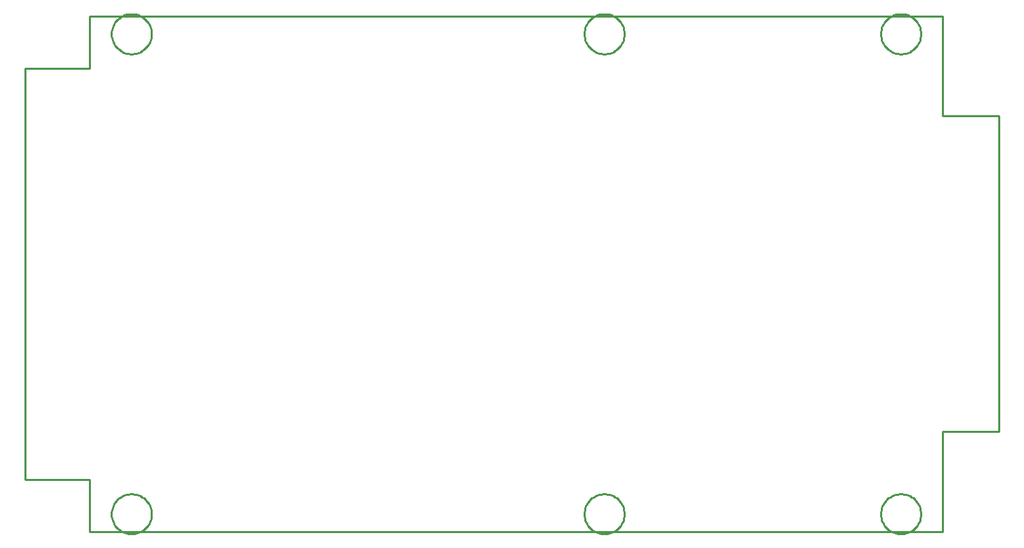
<source format=gko>
%FSLAX44Y44*%
%MOMM*%
G71*
G01*
G75*
%ADD10C,0.2000*%
%ADD11O,0.6000X2.2000*%
%ADD12O,0.6000X2.2000*%
%ADD13R,1.5240X1.5240*%
%ADD14R,1.5240X1.2700*%
%ADD15R,1.2700X1.5240*%
%ADD16O,2.0320X0.6096*%
%ADD17R,0.4064X1.9050*%
%ADD18R,1.9050X0.4064*%
%ADD19C,1.0000*%
%ADD20R,0.9144X0.9144*%
%ADD21R,1.2700X0.9144*%
%ADD22R,1.5000X0.4000*%
%ADD23R,0.9144X1.2700*%
%ADD24C,0.2540*%
%ADD25C,0.3000*%
%ADD26C,1.0000*%
%ADD27C,0.5000*%
%ADD28C,0.8000*%
%ADD29C,0.6000*%
%ADD30C,0.2286*%
%ADD31C,1.6000*%
%ADD32R,1.6000X1.6000*%
%ADD33C,1.5000*%
%ADD34R,1.5000X1.5000*%
%ADD35C,1.4500*%
%ADD36R,1.4500X1.4500*%
%ADD37C,1.6510*%
%ADD38C,3.6000*%
%ADD39C,0.8000*%
%ADD40O,2.5400X0.7500*%
%ADD41R,2.5400X0.7500*%
%ADD42C,0.4000*%
%ADD43C,0.7000*%
%ADD44C,0.2500*%
%ADD45C,0.3048*%
%ADD46C,0.1500*%
%ADD47O,0.8032X2.4032*%
%ADD48O,0.8032X2.4032*%
%ADD49R,1.7272X1.7272*%
%ADD50R,1.7272X1.4732*%
%ADD51R,1.4732X1.7272*%
%ADD52O,2.2352X0.8128*%
%ADD53R,0.6096X2.1082*%
%ADD54R,2.1082X0.6096*%
%ADD55C,2.0000*%
%ADD56R,1.1176X1.1176*%
%ADD57R,1.4732X1.1176*%
%ADD58R,1.7032X0.6032*%
%ADD59R,1.1176X1.4732*%
%ADD60C,1.8032*%
%ADD61C,0.2032*%
%ADD62R,1.8032X1.8032*%
%ADD63C,1.7032*%
%ADD64R,1.7032X1.7032*%
%ADD65C,1.6532*%
%ADD66R,1.6532X1.6532*%
%ADD67C,1.8542*%
%ADD68C,3.8032*%
%ADD69O,2.7432X0.9532*%
%ADD70R,2.7432X0.9532*%
D24*
X2172916Y1936317D02*
X2172787Y1938846D01*
X2172404Y1941349D01*
X2171769Y1943801D01*
X2170890Y1946176D01*
X2169774Y1948450D01*
X2168435Y1950599D01*
X2166885Y1952601D01*
X2165140Y1954437D01*
X2163218Y1956086D01*
X2161140Y1957533D01*
X2158926Y1958762D01*
X2156598Y1959761D01*
X2154182Y1960519D01*
X2151701Y1961029D01*
X2149182Y1961285D01*
X2146649D01*
X2144130Y1961029D01*
X2141649Y1960519D01*
X2139233Y1959761D01*
X2136906Y1958762D01*
X2134692Y1957533D01*
X2132613Y1956086D01*
X2130692Y1954437D01*
X2128947Y1952601D01*
X2127397Y1950599D01*
X2126057Y1948450D01*
X2124942Y1946176D01*
X2124062Y1943801D01*
X2123427Y1941349D01*
X2123044Y1938846D01*
X2122916Y1936317D01*
X2123044Y1933788D01*
X2123427Y1931284D01*
X2124062Y1928833D01*
X2124942Y1926458D01*
X2126057Y1924184D01*
X2127397Y1922035D01*
X2128947Y1920033D01*
X2130692Y1918197D01*
X2132613Y1916548D01*
X2134692Y1915101D01*
X2136906Y1913872D01*
X2139233Y1912873D01*
X2141649Y1912115D01*
X2144130Y1911605D01*
X2146649Y1911349D01*
X2149182D01*
X2151702Y1911605D01*
X2154182Y1912115D01*
X2156598Y1912873D01*
X2158926Y1913872D01*
X2161140Y1915101D01*
X2163218Y1916548D01*
X2165140Y1918197D01*
X2166885Y1920033D01*
X2168435Y1922035D01*
X2169774Y1924185D01*
X2170890Y1926458D01*
X2171769Y1928833D01*
X2172404Y1931285D01*
X2172787Y1933788D01*
X2172916Y1936317D01*
Y2536317D02*
X2172787Y2538846D01*
X2172404Y2541349D01*
X2171769Y2543801D01*
X2170890Y2546176D01*
X2169774Y2548450D01*
X2168435Y2550599D01*
X2166885Y2552601D01*
X2165140Y2554437D01*
X2163218Y2556086D01*
X2161140Y2557533D01*
X2158926Y2558762D01*
X2156598Y2559761D01*
X2154182Y2560519D01*
X2151701Y2561029D01*
X2149182Y2561285D01*
X2146649D01*
X2144130Y2561029D01*
X2141649Y2560519D01*
X2139233Y2559761D01*
X2136906Y2558762D01*
X2134692Y2557533D01*
X2132613Y2556086D01*
X2130692Y2554437D01*
X2128947Y2552601D01*
X2127397Y2550599D01*
X2126057Y2548450D01*
X2124942Y2546176D01*
X2124062Y2543801D01*
X2123427Y2541349D01*
X2123044Y2538846D01*
X2122916Y2536317D01*
X2123044Y2533788D01*
X2123427Y2531284D01*
X2124062Y2528833D01*
X2124942Y2526458D01*
X2126057Y2524184D01*
X2127397Y2522035D01*
X2128947Y2520033D01*
X2130692Y2518197D01*
X2132613Y2516548D01*
X2134692Y2515101D01*
X2136906Y2513872D01*
X2139233Y2512873D01*
X2141649Y2512115D01*
X2144130Y2511605D01*
X2146649Y2511349D01*
X2149182D01*
X2151702Y2511605D01*
X2154182Y2512115D01*
X2156598Y2512873D01*
X2158926Y2513872D01*
X2161140Y2515101D01*
X2163218Y2516548D01*
X2165140Y2518197D01*
X2166885Y2520033D01*
X2168435Y2522035D01*
X2169774Y2524185D01*
X2170890Y2526458D01*
X2171769Y2528833D01*
X2172404Y2531285D01*
X2172787Y2533788D01*
X2172916Y2536317D01*
X3132916D02*
X3132787Y2538846D01*
X3132404Y2541349D01*
X3131769Y2543801D01*
X3130890Y2546176D01*
X3129774Y2548450D01*
X3128435Y2550599D01*
X3126885Y2552601D01*
X3125140Y2554437D01*
X3123218Y2556086D01*
X3121140Y2557533D01*
X3118925Y2558762D01*
X3116599Y2559761D01*
X3114182Y2560519D01*
X3111701Y2561029D01*
X3109182Y2561285D01*
X3106649D01*
X3104130Y2561029D01*
X3101649Y2560519D01*
X3099233Y2559761D01*
X3096906Y2558762D01*
X3094691Y2557533D01*
X3092613Y2556086D01*
X3090692Y2554437D01*
X3088947Y2552601D01*
X3087397Y2550599D01*
X3086057Y2548450D01*
X3084942Y2546176D01*
X3084062Y2543801D01*
X3083427Y2541349D01*
X3083044Y2538846D01*
X3082916Y2536317D01*
X3083044Y2533788D01*
X3083427Y2531284D01*
X3084062Y2528833D01*
X3084942Y2526458D01*
X3086057Y2524184D01*
X3087397Y2522035D01*
X3088947Y2520033D01*
X3090692Y2518197D01*
X3092613Y2516548D01*
X3094692Y2515101D01*
X3096906Y2513872D01*
X3099233Y2512873D01*
X3101649Y2512115D01*
X3104130Y2511605D01*
X3106649Y2511349D01*
X3109182D01*
X3111701Y2511605D01*
X3114182Y2512115D01*
X3116599Y2512873D01*
X3118925Y2513872D01*
X3121140Y2515101D01*
X3123218Y2516548D01*
X3125140Y2518197D01*
X3126885Y2520033D01*
X3128435Y2522035D01*
X3129774Y2524185D01*
X3130890Y2526458D01*
X3131769Y2528833D01*
X3132404Y2531285D01*
X3132787Y2533788D01*
X3132916Y2536317D01*
X2762916D02*
X2762787Y2538846D01*
X2762404Y2541349D01*
X2761769Y2543801D01*
X2760890Y2546176D01*
X2759774Y2548450D01*
X2758435Y2550599D01*
X2756885Y2552601D01*
X2755140Y2554437D01*
X2753218Y2556086D01*
X2751140Y2557533D01*
X2748925Y2558762D01*
X2746599Y2559761D01*
X2744182Y2560519D01*
X2741701Y2561029D01*
X2739182Y2561285D01*
X2736649D01*
X2734130Y2561029D01*
X2731649Y2560519D01*
X2729233Y2559761D01*
X2726906Y2558762D01*
X2724691Y2557533D01*
X2722613Y2556086D01*
X2720692Y2554437D01*
X2718947Y2552601D01*
X2717397Y2550599D01*
X2716057Y2548450D01*
X2714942Y2546176D01*
X2714062Y2543801D01*
X2713427Y2541349D01*
X2713044Y2538846D01*
X2712916Y2536317D01*
X2713044Y2533788D01*
X2713427Y2531284D01*
X2714062Y2528833D01*
X2714942Y2526458D01*
X2716057Y2524184D01*
X2717397Y2522035D01*
X2718947Y2520033D01*
X2720692Y2518197D01*
X2722613Y2516548D01*
X2724692Y2515101D01*
X2726906Y2513872D01*
X2729233Y2512873D01*
X2731649Y2512115D01*
X2734130Y2511605D01*
X2736649Y2511349D01*
X2739182D01*
X2741701Y2511605D01*
X2744182Y2512115D01*
X2746599Y2512873D01*
X2748925Y2513872D01*
X2751140Y2515101D01*
X2753218Y2516548D01*
X2755140Y2518197D01*
X2756885Y2520033D01*
X2758435Y2522035D01*
X2759774Y2524185D01*
X2760890Y2526458D01*
X2761769Y2528833D01*
X2762404Y2531285D01*
X2762787Y2533788D01*
X2762916Y2536317D01*
X3132916Y1936317D02*
X3132787Y1938846D01*
X3132404Y1941349D01*
X3131769Y1943801D01*
X3130890Y1946176D01*
X3129774Y1948450D01*
X3128435Y1950599D01*
X3126885Y1952601D01*
X3125140Y1954437D01*
X3123218Y1956086D01*
X3121140Y1957533D01*
X3118925Y1958762D01*
X3116599Y1959761D01*
X3114182Y1960519D01*
X3111701Y1961029D01*
X3109182Y1961285D01*
X3106649D01*
X3104130Y1961029D01*
X3101649Y1960519D01*
X3099233Y1959761D01*
X3096906Y1958762D01*
X3094691Y1957533D01*
X3092613Y1956086D01*
X3090692Y1954437D01*
X3088947Y1952601D01*
X3087397Y1950599D01*
X3086057Y1948450D01*
X3084942Y1946176D01*
X3084062Y1943801D01*
X3083427Y1941349D01*
X3083044Y1938846D01*
X3082916Y1936317D01*
X3083044Y1933788D01*
X3083427Y1931284D01*
X3084062Y1928833D01*
X3084942Y1926458D01*
X3086057Y1924184D01*
X3087397Y1922035D01*
X3088947Y1920033D01*
X3090692Y1918197D01*
X3092613Y1916548D01*
X3094692Y1915101D01*
X3096906Y1913872D01*
X3099233Y1912873D01*
X3101649Y1912115D01*
X3104130Y1911605D01*
X3106649Y1911349D01*
X3109182D01*
X3111701Y1911605D01*
X3114182Y1912115D01*
X3116599Y1912873D01*
X3118925Y1913872D01*
X3121140Y1915101D01*
X3123218Y1916548D01*
X3125140Y1918197D01*
X3126885Y1920033D01*
X3128435Y1922035D01*
X3129774Y1924185D01*
X3130890Y1926458D01*
X3131769Y1928833D01*
X3132404Y1931285D01*
X3132787Y1933788D01*
X3132916Y1936317D01*
X2762916D02*
X2762787Y1938846D01*
X2762404Y1941349D01*
X2761769Y1943801D01*
X2760890Y1946176D01*
X2759774Y1948450D01*
X2758435Y1950599D01*
X2756885Y1952601D01*
X2755140Y1954437D01*
X2753218Y1956086D01*
X2751140Y1957533D01*
X2748925Y1958762D01*
X2746599Y1959761D01*
X2744182Y1960519D01*
X2741701Y1961029D01*
X2739182Y1961285D01*
X2736649D01*
X2734130Y1961029D01*
X2731649Y1960519D01*
X2729233Y1959761D01*
X2726906Y1958762D01*
X2724691Y1957533D01*
X2722613Y1956086D01*
X2720692Y1954437D01*
X2718947Y1952601D01*
X2717397Y1950599D01*
X2716057Y1948450D01*
X2714942Y1946176D01*
X2714062Y1943801D01*
X2713427Y1941349D01*
X2713044Y1938846D01*
X2712916Y1936317D01*
X2713044Y1933788D01*
X2713427Y1931284D01*
X2714062Y1928833D01*
X2714942Y1926458D01*
X2716057Y1924184D01*
X2717397Y1922035D01*
X2718947Y1920033D01*
X2720692Y1918197D01*
X2722613Y1916548D01*
X2724692Y1915101D01*
X2726906Y1913872D01*
X2729233Y1912873D01*
X2731649Y1912115D01*
X2734130Y1911605D01*
X2736649Y1911349D01*
X2739182D01*
X2741701Y1911605D01*
X2744182Y1912115D01*
X2746599Y1912873D01*
X2748925Y1913872D01*
X2751140Y1915101D01*
X2753218Y1916548D01*
X2755140Y1918197D01*
X2756885Y1920033D01*
X2758435Y1922035D01*
X2759774Y1924185D01*
X2760890Y1926458D01*
X2761769Y1928833D01*
X2762404Y1931285D01*
X2762787Y1933788D01*
X2762916Y1936317D01*
X2015616Y1979017D02*
X2095616D01*
Y1914017D02*
Y1979017D01*
X2015616D02*
Y2493617D01*
X3230216Y2039017D02*
Y2433617D01*
X3160216D02*
X3230216D01*
X3160216D02*
Y2558617D01*
X2095616D02*
X3160216D01*
X2015616Y2493617D02*
X2095616D01*
Y2558617D01*
Y1914017D02*
X3160216D01*
Y2039017D01*
X3230216D01*
M02*

</source>
